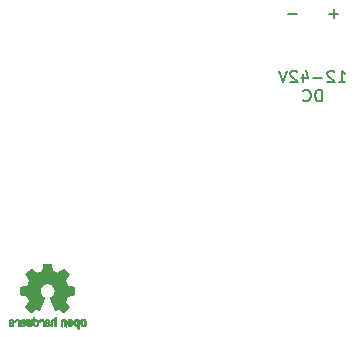
<source format=gbo>
G04 #@! TF.GenerationSoftware,KiCad,Pcbnew,(5.1.0-1558-g0ba0c1724)*
G04 #@! TF.CreationDate,2020-03-09T20:47:32-07:00*
G04 #@! TF.ProjectId,TMC2130_Driver,544d4332-3133-4305-9f44-72697665722e,rev?*
G04 #@! TF.SameCoordinates,PX67f3540PY6cb8080*
G04 #@! TF.FileFunction,Legend,Bot*
G04 #@! TF.FilePolarity,Positive*
%FSLAX46Y46*%
G04 Gerber Fmt 4.6, Leading zero omitted, Abs format (unit mm)*
G04 Created by KiCad (PCBNEW (5.1.0-1558-g0ba0c1724)) date 2020-03-09 20:47:32*
%MOMM*%
%LPD*%
G04 APERTURE LIST*
%ADD10C,0.150000*%
%ADD11C,0.010000*%
G04 APERTURE END LIST*
D10*
X29690476Y31852620D02*
X30261904Y31852620D01*
X29976190Y31852620D02*
X29976190Y32852620D01*
X30071428Y32709762D01*
X30166666Y32614524D01*
X30261904Y32566905D01*
X29309523Y32757381D02*
X29261904Y32805000D01*
X29166666Y32852620D01*
X28928571Y32852620D01*
X28833333Y32805000D01*
X28785714Y32757381D01*
X28738095Y32662143D01*
X28738095Y32566905D01*
X28785714Y32424048D01*
X29357142Y31852620D01*
X28738095Y31852620D01*
X28309523Y32233572D02*
X27547619Y32233572D01*
X26642857Y32519286D02*
X26642857Y31852620D01*
X26880952Y32900239D02*
X27119047Y32185953D01*
X26500000Y32185953D01*
X26166666Y32757381D02*
X26119047Y32805000D01*
X26023809Y32852620D01*
X25785714Y32852620D01*
X25690476Y32805000D01*
X25642857Y32757381D01*
X25595238Y32662143D01*
X25595238Y32566905D01*
X25642857Y32424048D01*
X26214285Y31852620D01*
X25595238Y31852620D01*
X25309523Y32852620D02*
X24976190Y31852620D01*
X24642857Y32852620D01*
X28261904Y30242620D02*
X28261904Y31242620D01*
X28023809Y31242620D01*
X27880952Y31195000D01*
X27785714Y31099762D01*
X27738095Y31004524D01*
X27690476Y30814048D01*
X27690476Y30671191D01*
X27738095Y30480715D01*
X27785714Y30385477D01*
X27880952Y30290239D01*
X28023809Y30242620D01*
X28261904Y30242620D01*
X26690476Y30337858D02*
X26738095Y30290239D01*
X26880952Y30242620D01*
X26976190Y30242620D01*
X27119047Y30290239D01*
X27214285Y30385477D01*
X27261904Y30480715D01*
X27309523Y30671191D01*
X27309523Y30814048D01*
X27261904Y31004524D01*
X27214285Y31099762D01*
X27119047Y31195000D01*
X26976190Y31242620D01*
X26880952Y31242620D01*
X26738095Y31195000D01*
X26690476Y31147381D01*
X29642857Y37678572D02*
X28880952Y37678572D01*
X29261904Y37297620D02*
X29261904Y38059524D01*
X26119047Y37678572D02*
X25357142Y37678572D01*
D11*
G36*
X7711252Y11337000D02*
G01*
X7711651Y11304661D01*
X7712929Y11196545D01*
X7713185Y11113814D01*
X7711634Y11053574D01*
X7707490Y11012927D01*
X7699964Y10988977D01*
X7688271Y10978829D01*
X7671624Y10979586D01*
X7649236Y10988352D01*
X7620321Y11002231D01*
X7614142Y11005192D01*
X7588413Y11019689D01*
X7574976Y11036935D01*
X7569834Y11065692D01*
X7568990Y11114717D01*
X7568952Y11202743D01*
X7478276Y11202743D01*
X7422498Y11205185D01*
X7378640Y11215092D01*
X7342218Y11235114D01*
X7339503Y11237071D01*
X7302546Y11270131D01*
X7276826Y11310069D01*
X7260606Y11362343D01*
X7252148Y11432412D01*
X7250084Y11511570D01*
X7394857Y11511570D01*
X7394882Y11498303D01*
X7396261Y11438416D01*
X7400687Y11399268D01*
X7409461Y11373847D01*
X7423886Y11355143D01*
X7424784Y11354250D01*
X7460237Y11330048D01*
X7494596Y11332433D01*
X7533403Y11361740D01*
X7542895Y11371756D01*
X7556876Y11392292D01*
X7564760Y11419003D01*
X7568245Y11459501D01*
X7569029Y11521397D01*
X7568350Y11558870D01*
X7560983Y11627020D01*
X7544168Y11671670D01*
X7516234Y11696074D01*
X7475509Y11703486D01*
X7458350Y11701906D01*
X7428660Y11686234D01*
X7409031Y11651309D01*
X7398188Y11594099D01*
X7394857Y11511570D01*
X7250084Y11511570D01*
X7249714Y11525733D01*
X7250253Y11593831D01*
X7252707Y11645413D01*
X7258158Y11681184D01*
X7267686Y11707985D01*
X7282371Y11732662D01*
X7295852Y11751520D01*
X7344799Y11802432D01*
X7400256Y11830082D01*
X7469928Y11838835D01*
X7549664Y11830110D01*
X7618595Y11798815D01*
X7673113Y11743619D01*
X7677223Y11737776D01*
X7686808Y11722247D01*
X7694151Y11704502D01*
X7699612Y11680710D01*
X7703550Y11647042D01*
X7706323Y11599667D01*
X7708292Y11534755D01*
X7708528Y11521397D01*
X7709815Y11448476D01*
X7711252Y11337000D01*
G37*
X7711252Y11337000D02*
X7711651Y11304661D01*
X7712929Y11196545D01*
X7713185Y11113814D01*
X7711634Y11053574D01*
X7707490Y11012927D01*
X7699964Y10988977D01*
X7688271Y10978829D01*
X7671624Y10979586D01*
X7649236Y10988352D01*
X7620321Y11002231D01*
X7614142Y11005192D01*
X7588413Y11019689D01*
X7574976Y11036935D01*
X7569834Y11065692D01*
X7568990Y11114717D01*
X7568952Y11202743D01*
X7478276Y11202743D01*
X7422498Y11205185D01*
X7378640Y11215092D01*
X7342218Y11235114D01*
X7339503Y11237071D01*
X7302546Y11270131D01*
X7276826Y11310069D01*
X7260606Y11362343D01*
X7252148Y11432412D01*
X7250084Y11511570D01*
X7394857Y11511570D01*
X7394882Y11498303D01*
X7396261Y11438416D01*
X7400687Y11399268D01*
X7409461Y11373847D01*
X7423886Y11355143D01*
X7424784Y11354250D01*
X7460237Y11330048D01*
X7494596Y11332433D01*
X7533403Y11361740D01*
X7542895Y11371756D01*
X7556876Y11392292D01*
X7564760Y11419003D01*
X7568245Y11459501D01*
X7569029Y11521397D01*
X7568350Y11558870D01*
X7560983Y11627020D01*
X7544168Y11671670D01*
X7516234Y11696074D01*
X7475509Y11703486D01*
X7458350Y11701906D01*
X7428660Y11686234D01*
X7409031Y11651309D01*
X7398188Y11594099D01*
X7394857Y11511570D01*
X7250084Y11511570D01*
X7249714Y11525733D01*
X7250253Y11593831D01*
X7252707Y11645413D01*
X7258158Y11681184D01*
X7267686Y11707985D01*
X7282371Y11732662D01*
X7295852Y11751520D01*
X7344799Y11802432D01*
X7400256Y11830082D01*
X7469928Y11838835D01*
X7549664Y11830110D01*
X7618595Y11798815D01*
X7673113Y11743619D01*
X7677223Y11737776D01*
X7686808Y11722247D01*
X7694151Y11704502D01*
X7699612Y11680710D01*
X7703550Y11647042D01*
X7706323Y11599667D01*
X7708292Y11534755D01*
X7708528Y11521397D01*
X7709815Y11448476D01*
X7711252Y11337000D01*
G36*
X6431020Y11832178D02*
G01*
X6498810Y11800320D01*
X6554366Y11745230D01*
X6565881Y11727984D01*
X6575432Y11708438D01*
X6582206Y11683802D01*
X6586819Y11649289D01*
X6589888Y11600111D01*
X6592029Y11531481D01*
X6593859Y11438611D01*
X6598404Y11180993D01*
X6560225Y11195509D01*
X6525268Y11208844D01*
X6499097Y11221677D01*
X6482013Y11238220D01*
X6472086Y11263535D01*
X6467386Y11302684D01*
X6465982Y11360732D01*
X6465943Y11442739D01*
X6465744Y11508105D01*
X6464559Y11570827D01*
X6461729Y11613666D01*
X6456609Y11641780D01*
X6448553Y11660325D01*
X6436914Y11674457D01*
X6408303Y11694400D01*
X6360239Y11701917D01*
X6312688Y11682921D01*
X6309550Y11680489D01*
X6299769Y11669252D01*
X6292553Y11651230D01*
X6287299Y11621974D01*
X6283402Y11577038D01*
X6280256Y11511972D01*
X6277257Y11422330D01*
X6270000Y11182303D01*
X6208314Y11209956D01*
X6146629Y11237609D01*
X6146629Y11456754D01*
X6146884Y11516289D01*
X6149086Y11599108D01*
X6154661Y11660773D01*
X6164941Y11706252D01*
X6181258Y11740516D01*
X6204943Y11768534D01*
X6237328Y11795277D01*
X6283907Y11822220D01*
X6357287Y11839809D01*
X6431020Y11832178D01*
G37*
X6431020Y11832178D02*
X6498810Y11800320D01*
X6554366Y11745230D01*
X6565881Y11727984D01*
X6575432Y11708438D01*
X6582206Y11683802D01*
X6586819Y11649289D01*
X6589888Y11600111D01*
X6592029Y11531481D01*
X6593859Y11438611D01*
X6598404Y11180993D01*
X6560225Y11195509D01*
X6525268Y11208844D01*
X6499097Y11221677D01*
X6482013Y11238220D01*
X6472086Y11263535D01*
X6467386Y11302684D01*
X6465982Y11360732D01*
X6465943Y11442739D01*
X6465744Y11508105D01*
X6464559Y11570827D01*
X6461729Y11613666D01*
X6456609Y11641780D01*
X6448553Y11660325D01*
X6436914Y11674457D01*
X6408303Y11694400D01*
X6360239Y11701917D01*
X6312688Y11682921D01*
X6309550Y11680489D01*
X6299769Y11669252D01*
X6292553Y11651230D01*
X6287299Y11621974D01*
X6283402Y11577038D01*
X6280256Y11511972D01*
X6277257Y11422330D01*
X6270000Y11182303D01*
X6208314Y11209956D01*
X6146629Y11237609D01*
X6146629Y11456754D01*
X6146884Y11516289D01*
X6149086Y11599108D01*
X6154661Y11660773D01*
X6164941Y11706252D01*
X6181258Y11740516D01*
X6204943Y11768534D01*
X6237328Y11795277D01*
X6283907Y11822220D01*
X6357287Y11839809D01*
X6431020Y11832178D01*
G36*
X8265701Y11499065D02*
G01*
X8264914Y11428881D01*
X8262210Y11379978D01*
X8256606Y11345822D01*
X8247119Y11319876D01*
X8232768Y11295603D01*
X8229237Y11290567D01*
X8191878Y11250857D01*
X8149311Y11220908D01*
X8127452Y11211190D01*
X8048908Y11194980D01*
X7971231Y11205465D01*
X7899645Y11241293D01*
X7839374Y11301113D01*
X7834286Y11309127D01*
X7817730Y11355658D01*
X7806573Y11420448D01*
X7801160Y11495273D01*
X7801767Y11564487D01*
X7948248Y11564487D01*
X7949402Y11468601D01*
X7949866Y11462431D01*
X7956629Y11409522D01*
X7968671Y11375971D01*
X7989005Y11352984D01*
X8023097Y11331452D01*
X8056814Y11330320D01*
X8091543Y11355143D01*
X8097584Y11361675D01*
X8109417Y11381221D01*
X8116404Y11409614D01*
X8119727Y11453570D01*
X8120571Y11519808D01*
X8119125Y11581850D01*
X8111907Y11640958D01*
X8097006Y11678314D01*
X8072636Y11697848D01*
X8037008Y11703486D01*
X8023440Y11702365D01*
X7985430Y11681806D01*
X7960312Y11635701D01*
X7948248Y11564487D01*
X7801767Y11564487D01*
X7801833Y11571904D01*
X7808937Y11642118D01*
X7822815Y11697688D01*
X7840649Y11734699D01*
X7890855Y11792267D01*
X7958885Y11828038D01*
X8042158Y11840335D01*
X8064398Y11839669D01*
X8129891Y11826053D01*
X8183687Y11791751D01*
X8233057Y11732662D01*
X8235995Y11728278D01*
X8249287Y11704701D01*
X8257932Y11678051D01*
X8262904Y11641841D01*
X8265174Y11589587D01*
X8265678Y11519808D01*
X8265714Y11514800D01*
X8265701Y11499065D01*
G37*
X8265701Y11499065D02*
X8264914Y11428881D01*
X8262210Y11379978D01*
X8256606Y11345822D01*
X8247119Y11319876D01*
X8232768Y11295603D01*
X8229237Y11290567D01*
X8191878Y11250857D01*
X8149311Y11220908D01*
X8127452Y11211190D01*
X8048908Y11194980D01*
X7971231Y11205465D01*
X7899645Y11241293D01*
X7839374Y11301113D01*
X7834286Y11309127D01*
X7817730Y11355658D01*
X7806573Y11420448D01*
X7801160Y11495273D01*
X7801767Y11564487D01*
X7948248Y11564487D01*
X7949402Y11468601D01*
X7949866Y11462431D01*
X7956629Y11409522D01*
X7968671Y11375971D01*
X7989005Y11352984D01*
X8023097Y11331452D01*
X8056814Y11330320D01*
X8091543Y11355143D01*
X8097584Y11361675D01*
X8109417Y11381221D01*
X8116404Y11409614D01*
X8119727Y11453570D01*
X8120571Y11519808D01*
X8119125Y11581850D01*
X8111907Y11640958D01*
X8097006Y11678314D01*
X8072636Y11697848D01*
X8037008Y11703486D01*
X8023440Y11702365D01*
X7985430Y11681806D01*
X7960312Y11635701D01*
X7948248Y11564487D01*
X7801767Y11564487D01*
X7801833Y11571904D01*
X7808937Y11642118D01*
X7822815Y11697688D01*
X7840649Y11734699D01*
X7890855Y11792267D01*
X7958885Y11828038D01*
X8042158Y11840335D01*
X8064398Y11839669D01*
X8129891Y11826053D01*
X8183687Y11791751D01*
X8233057Y11732662D01*
X8235995Y11728278D01*
X8249287Y11704701D01*
X8257932Y11678051D01*
X8262904Y11641841D01*
X8265174Y11589587D01*
X8265678Y11519808D01*
X8265714Y11514800D01*
X8265701Y11499065D01*
G36*
X7157684Y11445922D02*
G01*
X7155078Y11422613D01*
X7135660Y11339648D01*
X7100573Y11276552D01*
X7047212Y11228192D01*
X7044196Y11226196D01*
X6976362Y11197815D01*
X6905535Y11195289D01*
X6837289Y11216903D01*
X6777196Y11260938D01*
X6730829Y11325678D01*
X6730050Y11327239D01*
X6714643Y11367442D01*
X6703357Y11413134D01*
X6697370Y11456028D01*
X6697861Y11487840D01*
X6706007Y11500286D01*
X6713244Y11499529D01*
X6747851Y11485765D01*
X6787078Y11460454D01*
X6820448Y11431155D01*
X6837483Y11405428D01*
X6855192Y11370529D01*
X6891485Y11338788D01*
X6933630Y11326114D01*
X6949077Y11329779D01*
X6979569Y11348226D01*
X7006128Y11373834D01*
X7017486Y11397066D01*
X7017482Y11397152D01*
X7004596Y11407821D01*
X6970241Y11427067D01*
X6919593Y11452187D01*
X6857829Y11480476D01*
X6857489Y11480626D01*
X6790388Y11510502D01*
X6745411Y11532027D01*
X6718145Y11548563D01*
X6704178Y11563469D01*
X6699097Y11580107D01*
X6698490Y11601838D01*
X6702711Y11642987D01*
X6846000Y11642987D01*
X6860791Y11630051D01*
X6897644Y11610667D01*
X6898725Y11610119D01*
X6942205Y11589413D01*
X6981102Y11572895D01*
X7005778Y11565907D01*
X7015676Y11575247D01*
X7017486Y11607252D01*
X7009966Y11647085D01*
X6983897Y11683283D01*
X6946154Y11702050D01*
X6904077Y11700155D01*
X6865005Y11674368D01*
X6849647Y11656549D01*
X6846000Y11642987D01*
X6702711Y11642987D01*
X6703833Y11653914D01*
X6730251Y11724665D01*
X6774473Y11780265D01*
X6831697Y11818761D01*
X6897120Y11838203D01*
X6965937Y11836641D01*
X7033347Y11812122D01*
X7094544Y11762698D01*
X7128450Y11713788D01*
X7152806Y11643973D01*
X7156767Y11607252D01*
X7162299Y11555945D01*
X7157684Y11445922D01*
G37*
X7157684Y11445922D02*
X7155078Y11422613D01*
X7135660Y11339648D01*
X7100573Y11276552D01*
X7047212Y11228192D01*
X7044196Y11226196D01*
X6976362Y11197815D01*
X6905535Y11195289D01*
X6837289Y11216903D01*
X6777196Y11260938D01*
X6730829Y11325678D01*
X6730050Y11327239D01*
X6714643Y11367442D01*
X6703357Y11413134D01*
X6697370Y11456028D01*
X6697861Y11487840D01*
X6706007Y11500286D01*
X6713244Y11499529D01*
X6747851Y11485765D01*
X6787078Y11460454D01*
X6820448Y11431155D01*
X6837483Y11405428D01*
X6855192Y11370529D01*
X6891485Y11338788D01*
X6933630Y11326114D01*
X6949077Y11329779D01*
X6979569Y11348226D01*
X7006128Y11373834D01*
X7017486Y11397066D01*
X7017482Y11397152D01*
X7004596Y11407821D01*
X6970241Y11427067D01*
X6919593Y11452187D01*
X6857829Y11480476D01*
X6857489Y11480626D01*
X6790388Y11510502D01*
X6745411Y11532027D01*
X6718145Y11548563D01*
X6704178Y11563469D01*
X6699097Y11580107D01*
X6698490Y11601838D01*
X6702711Y11642987D01*
X6846000Y11642987D01*
X6860791Y11630051D01*
X6897644Y11610667D01*
X6898725Y11610119D01*
X6942205Y11589413D01*
X6981102Y11572895D01*
X7005778Y11565907D01*
X7015676Y11575247D01*
X7017486Y11607252D01*
X7009966Y11647085D01*
X6983897Y11683283D01*
X6946154Y11702050D01*
X6904077Y11700155D01*
X6865005Y11674368D01*
X6849647Y11656549D01*
X6846000Y11642987D01*
X6702711Y11642987D01*
X6703833Y11653914D01*
X6730251Y11724665D01*
X6774473Y11780265D01*
X6831697Y11818761D01*
X6897120Y11838203D01*
X6965937Y11836641D01*
X7033347Y11812122D01*
X7094544Y11762698D01*
X7128450Y11713788D01*
X7152806Y11643973D01*
X7156767Y11607252D01*
X7162299Y11555945D01*
X7157684Y11445922D01*
G36*
X5678543Y12000556D02*
G01*
X5725714Y11980658D01*
X5725714Y11583491D01*
X5725519Y11480502D01*
X5724998Y11387859D01*
X5724199Y11309300D01*
X5723172Y11248561D01*
X5721963Y11209377D01*
X5720623Y11195486D01*
X5720099Y11195532D01*
X5702287Y11200580D01*
X5669823Y11211420D01*
X5624114Y11227354D01*
X5624114Y11431827D01*
X5623824Y11512168D01*
X5622474Y11570438D01*
X5619369Y11610091D01*
X5613812Y11636382D01*
X5605107Y11654564D01*
X5592556Y11669893D01*
X5583999Y11678045D01*
X5537728Y11700625D01*
X5486728Y11698625D01*
X5439993Y11671927D01*
X5433189Y11665302D01*
X5422293Y11651544D01*
X5414836Y11633358D01*
X5410169Y11605823D01*
X5407642Y11564019D01*
X5406602Y11503027D01*
X5406400Y11417927D01*
X5406303Y11374766D01*
X5405674Y11303776D01*
X5404556Y11246924D01*
X5403063Y11209172D01*
X5401309Y11195486D01*
X5400785Y11195532D01*
X5382973Y11200580D01*
X5350509Y11211420D01*
X5304800Y11227354D01*
X5304823Y11432763D01*
X5304857Y11451049D01*
X5306778Y11546374D01*
X5312678Y11618457D01*
X5324001Y11672187D01*
X5342187Y11712451D01*
X5368679Y11744139D01*
X5404918Y11772139D01*
X5440263Y11789667D01*
X5496773Y11803215D01*
X5552356Y11803985D01*
X5595086Y11790805D01*
X5598298Y11788985D01*
X5608205Y11789180D01*
X5614975Y11804428D01*
X5619861Y11839387D01*
X5624114Y11898711D01*
X5631371Y12020453D01*
X5678543Y12000556D01*
G37*
X5678543Y12000556D02*
X5725714Y11980658D01*
X5725714Y11583491D01*
X5725519Y11480502D01*
X5724998Y11387859D01*
X5724199Y11309300D01*
X5723172Y11248561D01*
X5721963Y11209377D01*
X5720623Y11195486D01*
X5720099Y11195532D01*
X5702287Y11200580D01*
X5669823Y11211420D01*
X5624114Y11227354D01*
X5624114Y11431827D01*
X5623824Y11512168D01*
X5622474Y11570438D01*
X5619369Y11610091D01*
X5613812Y11636382D01*
X5605107Y11654564D01*
X5592556Y11669893D01*
X5583999Y11678045D01*
X5537728Y11700625D01*
X5486728Y11698625D01*
X5439993Y11671927D01*
X5433189Y11665302D01*
X5422293Y11651544D01*
X5414836Y11633358D01*
X5410169Y11605823D01*
X5407642Y11564019D01*
X5406602Y11503027D01*
X5406400Y11417927D01*
X5406303Y11374766D01*
X5405674Y11303776D01*
X5404556Y11246924D01*
X5403063Y11209172D01*
X5401309Y11195486D01*
X5400785Y11195532D01*
X5382973Y11200580D01*
X5350509Y11211420D01*
X5304800Y11227354D01*
X5304823Y11432763D01*
X5304857Y11451049D01*
X5306778Y11546374D01*
X5312678Y11618457D01*
X5324001Y11672187D01*
X5342187Y11712451D01*
X5368679Y11744139D01*
X5404918Y11772139D01*
X5440263Y11789667D01*
X5496773Y11803215D01*
X5552356Y11803985D01*
X5595086Y11790805D01*
X5598298Y11788985D01*
X5608205Y11789180D01*
X5614975Y11804428D01*
X5619861Y11839387D01*
X5624114Y11898711D01*
X5631371Y12020453D01*
X5678543Y12000556D01*
G36*
X5089483Y11789431D02*
G01*
X5139376Y11760339D01*
X5161325Y11737673D01*
X5203504Y11669918D01*
X5217714Y11596050D01*
X5217714Y11545230D01*
X5170999Y11564872D01*
X5138692Y11584692D01*
X5113231Y11625840D01*
X5110616Y11634325D01*
X5082478Y11677549D01*
X5040067Y11700897D01*
X4991370Y11701900D01*
X4944373Y11678086D01*
X4937357Y11671944D01*
X4913893Y11645255D01*
X4910019Y11621986D01*
X4927768Y11599138D01*
X4969179Y11573713D01*
X5036286Y11542712D01*
X5040824Y11540748D01*
X5115322Y11506010D01*
X5166203Y11475237D01*
X5197525Y11444512D01*
X5213343Y11409918D01*
X5217714Y11367538D01*
X5211986Y11320554D01*
X5183062Y11260415D01*
X5132178Y11217212D01*
X5095374Y11204241D01*
X5043434Y11197144D01*
X4992999Y11198660D01*
X4956983Y11209368D01*
X4953158Y11212034D01*
X4942998Y11230663D01*
X4950048Y11263495D01*
X4962297Y11289265D01*
X4981939Y11299994D01*
X5019191Y11299461D01*
X5070908Y11302538D01*
X5104701Y11323788D01*
X5116114Y11363123D01*
X5116104Y11364253D01*
X5109187Y11387087D01*
X5085659Y11408037D01*
X5039914Y11432185D01*
X4977704Y11461259D01*
X4936499Y11477075D01*
X4912712Y11476056D01*
X4901597Y11455163D01*
X4898408Y11411359D01*
X4898400Y11341607D01*
X4898044Y11298548D01*
X4896413Y11245374D01*
X4893761Y11208978D01*
X4890422Y11195486D01*
X4889530Y11195577D01*
X4870237Y11202890D01*
X4838284Y11218322D01*
X4794124Y11241158D01*
X4799371Y11446922D01*
X4799736Y11460568D01*
X4803904Y11556349D01*
X4811268Y11628538D01*
X4823330Y11681942D01*
X4841593Y11721367D01*
X4867560Y11751620D01*
X4902733Y11777507D01*
X4903384Y11777913D01*
X4960256Y11799032D01*
X5026033Y11802600D01*
X5089483Y11789431D01*
G37*
X5089483Y11789431D02*
X5139376Y11760339D01*
X5161325Y11737673D01*
X5203504Y11669918D01*
X5217714Y11596050D01*
X5217714Y11545230D01*
X5170999Y11564872D01*
X5138692Y11584692D01*
X5113231Y11625840D01*
X5110616Y11634325D01*
X5082478Y11677549D01*
X5040067Y11700897D01*
X4991370Y11701900D01*
X4944373Y11678086D01*
X4937357Y11671944D01*
X4913893Y11645255D01*
X4910019Y11621986D01*
X4927768Y11599138D01*
X4969179Y11573713D01*
X5036286Y11542712D01*
X5040824Y11540748D01*
X5115322Y11506010D01*
X5166203Y11475237D01*
X5197525Y11444512D01*
X5213343Y11409918D01*
X5217714Y11367538D01*
X5211986Y11320554D01*
X5183062Y11260415D01*
X5132178Y11217212D01*
X5095374Y11204241D01*
X5043434Y11197144D01*
X4992999Y11198660D01*
X4956983Y11209368D01*
X4953158Y11212034D01*
X4942998Y11230663D01*
X4950048Y11263495D01*
X4962297Y11289265D01*
X4981939Y11299994D01*
X5019191Y11299461D01*
X5070908Y11302538D01*
X5104701Y11323788D01*
X5116114Y11363123D01*
X5116104Y11364253D01*
X5109187Y11387087D01*
X5085659Y11408037D01*
X5039914Y11432185D01*
X4977704Y11461259D01*
X4936499Y11477075D01*
X4912712Y11476056D01*
X4901597Y11455163D01*
X4898408Y11411359D01*
X4898400Y11341607D01*
X4898044Y11298548D01*
X4896413Y11245374D01*
X4893761Y11208978D01*
X4890422Y11195486D01*
X4889530Y11195577D01*
X4870237Y11202890D01*
X4838284Y11218322D01*
X4794124Y11241158D01*
X4799371Y11446922D01*
X4799736Y11460568D01*
X4803904Y11556349D01*
X4811268Y11628538D01*
X4823330Y11681942D01*
X4841593Y11721367D01*
X4867560Y11751620D01*
X4902733Y11777507D01*
X4903384Y11777913D01*
X4960256Y11799032D01*
X5026033Y11802600D01*
X5089483Y11789431D01*
G36*
X4607691Y11783533D02*
G01*
X4612273Y11780997D01*
X4649704Y11751943D01*
X4683170Y11714590D01*
X4689007Y11706148D01*
X4700165Y11686447D01*
X4708136Y11663065D01*
X4713618Y11630933D01*
X4717307Y11584981D01*
X4719899Y11520141D01*
X4722092Y11431343D01*
X4722402Y11416331D01*
X4723400Y11319001D01*
X4721994Y11250066D01*
X4718164Y11209052D01*
X4711889Y11195486D01*
X4692898Y11199548D01*
X4660638Y11211856D01*
X4653041Y11215455D01*
X4641176Y11223602D01*
X4632994Y11236996D01*
X4627643Y11260392D01*
X4624269Y11298545D01*
X4622019Y11356210D01*
X4620040Y11438143D01*
X4619498Y11462093D01*
X4617403Y11537734D01*
X4614683Y11590672D01*
X4610515Y11625925D01*
X4604079Y11648513D01*
X4594550Y11663456D01*
X4581106Y11675773D01*
X4541305Y11697366D01*
X4492341Y11701524D01*
X4448529Y11685001D01*
X4417008Y11650790D01*
X4404914Y11601886D01*
X4404578Y11588593D01*
X4397972Y11564528D01*
X4378470Y11560856D01*
X4340283Y11575187D01*
X4331438Y11579783D01*
X4307534Y11606814D01*
X4307061Y11647006D01*
X4329836Y11702591D01*
X4350727Y11732883D01*
X4404142Y11775916D01*
X4470074Y11800245D01*
X4540574Y11803557D01*
X4607691Y11783533D01*
G37*
X4607691Y11783533D02*
X4612273Y11780997D01*
X4649704Y11751943D01*
X4683170Y11714590D01*
X4689007Y11706148D01*
X4700165Y11686447D01*
X4708136Y11663065D01*
X4713618Y11630933D01*
X4717307Y11584981D01*
X4719899Y11520141D01*
X4722092Y11431343D01*
X4722402Y11416331D01*
X4723400Y11319001D01*
X4721994Y11250066D01*
X4718164Y11209052D01*
X4711889Y11195486D01*
X4692898Y11199548D01*
X4660638Y11211856D01*
X4653041Y11215455D01*
X4641176Y11223602D01*
X4632994Y11236996D01*
X4627643Y11260392D01*
X4624269Y11298545D01*
X4622019Y11356210D01*
X4620040Y11438143D01*
X4619498Y11462093D01*
X4617403Y11537734D01*
X4614683Y11590672D01*
X4610515Y11625925D01*
X4604079Y11648513D01*
X4594550Y11663456D01*
X4581106Y11675773D01*
X4541305Y11697366D01*
X4492341Y11701524D01*
X4448529Y11685001D01*
X4417008Y11650790D01*
X4404914Y11601886D01*
X4404578Y11588593D01*
X4397972Y11564528D01*
X4378470Y11560856D01*
X4340283Y11575187D01*
X4331438Y11579783D01*
X4307534Y11606814D01*
X4307061Y11647006D01*
X4329836Y11702591D01*
X4350727Y11732883D01*
X4404142Y11775916D01*
X4470074Y11800245D01*
X4540574Y11803557D01*
X4607691Y11783533D01*
G36*
X4229537Y11443687D02*
G01*
X4221345Y11366538D01*
X4203519Y11308724D01*
X4173975Y11264578D01*
X4130625Y11228432D01*
X4089332Y11207537D01*
X4019987Y11195910D01*
X3950736Y11208623D01*
X3888145Y11244055D01*
X3838779Y11300582D01*
X3832818Y11311005D01*
X3824945Y11329267D01*
X3819106Y11352571D01*
X3814999Y11384915D01*
X3812325Y11430296D01*
X3810781Y11492713D01*
X3810734Y11498252D01*
X3911429Y11498252D01*
X3911772Y11445423D01*
X3913942Y11397638D01*
X3919307Y11366791D01*
X3929217Y11346065D01*
X3945021Y11328644D01*
X3948724Y11325295D01*
X3996299Y11300581D01*
X4046635Y11303110D01*
X4093517Y11332712D01*
X4107477Y11348047D01*
X4119160Y11368378D01*
X4125686Y11396486D01*
X4128524Y11439450D01*
X4129143Y11504353D01*
X4128837Y11553878D01*
X4126722Y11602218D01*
X4121390Y11633413D01*
X4111460Y11654353D01*
X4095550Y11671927D01*
X4086204Y11679841D01*
X4037776Y11701157D01*
X3987040Y11697802D01*
X3942987Y11669893D01*
X3933504Y11658827D01*
X3921939Y11637991D01*
X3915252Y11608894D01*
X3912173Y11564619D01*
X3911429Y11498252D01*
X3810734Y11498252D01*
X3810067Y11576163D01*
X3809883Y11684642D01*
X3809829Y12021399D01*
X3857000Y12001638D01*
X3869472Y11996230D01*
X3889324Y11984015D01*
X3900687Y11965518D01*
X3906933Y11933171D01*
X3911429Y11879407D01*
X3915535Y11831134D01*
X3920963Y11799443D01*
X3928739Y11787617D01*
X3940457Y11790788D01*
X3970318Y11801933D01*
X4023684Y11804696D01*
X4081093Y11794375D01*
X4130625Y11772139D01*
X4157876Y11751557D01*
X4192865Y11711400D01*
X4215274Y11659914D01*
X4227190Y11591432D01*
X4230542Y11504353D01*
X4230698Y11500286D01*
X4229537Y11443687D01*
G37*
X4229537Y11443687D02*
X4221345Y11366538D01*
X4203519Y11308724D01*
X4173975Y11264578D01*
X4130625Y11228432D01*
X4089332Y11207537D01*
X4019987Y11195910D01*
X3950736Y11208623D01*
X3888145Y11244055D01*
X3838779Y11300582D01*
X3832818Y11311005D01*
X3824945Y11329267D01*
X3819106Y11352571D01*
X3814999Y11384915D01*
X3812325Y11430296D01*
X3810781Y11492713D01*
X3810734Y11498252D01*
X3911429Y11498252D01*
X3911772Y11445423D01*
X3913942Y11397638D01*
X3919307Y11366791D01*
X3929217Y11346065D01*
X3945021Y11328644D01*
X3948724Y11325295D01*
X3996299Y11300581D01*
X4046635Y11303110D01*
X4093517Y11332712D01*
X4107477Y11348047D01*
X4119160Y11368378D01*
X4125686Y11396486D01*
X4128524Y11439450D01*
X4129143Y11504353D01*
X4128837Y11553878D01*
X4126722Y11602218D01*
X4121390Y11633413D01*
X4111460Y11654353D01*
X4095550Y11671927D01*
X4086204Y11679841D01*
X4037776Y11701157D01*
X3987040Y11697802D01*
X3942987Y11669893D01*
X3933504Y11658827D01*
X3921939Y11637991D01*
X3915252Y11608894D01*
X3912173Y11564619D01*
X3911429Y11498252D01*
X3810734Y11498252D01*
X3810067Y11576163D01*
X3809883Y11684642D01*
X3809829Y12021399D01*
X3857000Y12001638D01*
X3869472Y11996230D01*
X3889324Y11984015D01*
X3900687Y11965518D01*
X3906933Y11933171D01*
X3911429Y11879407D01*
X3915535Y11831134D01*
X3920963Y11799443D01*
X3928739Y11787617D01*
X3940457Y11790788D01*
X3970318Y11801933D01*
X4023684Y11804696D01*
X4081093Y11794375D01*
X4130625Y11772139D01*
X4157876Y11751557D01*
X4192865Y11711400D01*
X4215274Y11659914D01*
X4227190Y11591432D01*
X4230542Y11504353D01*
X4230698Y11500286D01*
X4229537Y11443687D01*
G36*
X3653941Y11800718D02*
G01*
X3685774Y11788242D01*
X3722743Y11771398D01*
X3722743Y11284804D01*
X3676812Y11238873D01*
X3666320Y11228573D01*
X3637255Y11205680D01*
X3607943Y11198265D01*
X3564326Y11201679D01*
X3546568Y11203886D01*
X3500767Y11208555D01*
X3468743Y11210415D01*
X3459244Y11210131D01*
X3420274Y11207052D01*
X3373160Y11201679D01*
X3358085Y11199832D01*
X3320110Y11199107D01*
X3292325Y11210571D01*
X3260674Y11238873D01*
X3214743Y11284804D01*
X3214743Y11544945D01*
X3215101Y11621820D01*
X3216216Y11695114D01*
X3217952Y11753150D01*
X3220167Y11791337D01*
X3222721Y11805086D01*
X3223256Y11805049D01*
X3241808Y11798207D01*
X3273153Y11783132D01*
X3315608Y11761178D01*
X3319604Y11532760D01*
X3323600Y11304343D01*
X3410686Y11304343D01*
X3414657Y11554714D01*
X3415916Y11622773D01*
X3417718Y11695518D01*
X3419671Y11753270D01*
X3421612Y11791352D01*
X3423377Y11805086D01*
X3423885Y11805038D01*
X3441482Y11799985D01*
X3473834Y11789151D01*
X3519543Y11773217D01*
X3519765Y11553294D01*
X3519988Y11515091D01*
X3521531Y11440854D01*
X3524292Y11378855D01*
X3527977Y11334692D01*
X3532292Y11313959D01*
X3547732Y11302869D01*
X3579241Y11299444D01*
X3613886Y11304343D01*
X3617857Y11554714D01*
X3619278Y11618337D01*
X3622225Y11693644D01*
X3626079Y11752714D01*
X3630542Y11791282D01*
X3635317Y11805086D01*
X3653941Y11800718D01*
G37*
X3653941Y11800718D02*
X3685774Y11788242D01*
X3722743Y11771398D01*
X3722743Y11284804D01*
X3676812Y11238873D01*
X3666320Y11228573D01*
X3637255Y11205680D01*
X3607943Y11198265D01*
X3564326Y11201679D01*
X3546568Y11203886D01*
X3500767Y11208555D01*
X3468743Y11210415D01*
X3459244Y11210131D01*
X3420274Y11207052D01*
X3373160Y11201679D01*
X3358085Y11199832D01*
X3320110Y11199107D01*
X3292325Y11210571D01*
X3260674Y11238873D01*
X3214743Y11284804D01*
X3214743Y11544945D01*
X3215101Y11621820D01*
X3216216Y11695114D01*
X3217952Y11753150D01*
X3220167Y11791337D01*
X3222721Y11805086D01*
X3223256Y11805049D01*
X3241808Y11798207D01*
X3273153Y11783132D01*
X3315608Y11761178D01*
X3319604Y11532760D01*
X3323600Y11304343D01*
X3410686Y11304343D01*
X3414657Y11554714D01*
X3415916Y11622773D01*
X3417718Y11695518D01*
X3419671Y11753270D01*
X3421612Y11791352D01*
X3423377Y11805086D01*
X3423885Y11805038D01*
X3441482Y11799985D01*
X3473834Y11789151D01*
X3519543Y11773217D01*
X3519765Y11553294D01*
X3519988Y11515091D01*
X3521531Y11440854D01*
X3524292Y11378855D01*
X3527977Y11334692D01*
X3532292Y11313959D01*
X3547732Y11302869D01*
X3579241Y11299444D01*
X3613886Y11304343D01*
X3617857Y11554714D01*
X3619278Y11618337D01*
X3622225Y11693644D01*
X3626079Y11752714D01*
X3630542Y11791282D01*
X3635317Y11805086D01*
X3653941Y11800718D01*
G36*
X2967495Y11803780D02*
G01*
X2998599Y11795879D01*
X3027559Y11776183D01*
X3064831Y11739516D01*
X3088801Y11713622D01*
X3113770Y11680003D01*
X3125031Y11648494D01*
X3127657Y11608515D01*
X3127657Y11543083D01*
X3083035Y11566158D01*
X3047673Y11594276D01*
X3023451Y11632152D01*
X3019291Y11642449D01*
X2987594Y11682363D01*
X2943554Y11702376D01*
X2895531Y11700428D01*
X2851886Y11674457D01*
X2833420Y11653365D01*
X2822663Y11626381D01*
X2834178Y11602366D01*
X2869981Y11578209D01*
X2932090Y11550801D01*
X2941515Y11547015D01*
X2998058Y11522241D01*
X3046580Y11497811D01*
X3077451Y11478514D01*
X3108371Y11444047D01*
X3128927Y11389043D01*
X3126744Y11330017D01*
X3102424Y11274155D01*
X3056568Y11228645D01*
X3019438Y11209273D01*
X2947711Y11195708D01*
X2907852Y11197538D01*
X2870953Y11207432D01*
X2856797Y11228194D01*
X2862091Y11262387D01*
X2863631Y11266908D01*
X2875842Y11290884D01*
X2896174Y11299958D01*
X2934908Y11299351D01*
X2962257Y11298526D01*
X2994257Y11305608D01*
X3016182Y11326781D01*
X3028670Y11352848D01*
X3030062Y11380155D01*
X3029998Y11380315D01*
X3013807Y11395070D01*
X2979155Y11416543D01*
X2934321Y11440542D01*
X2887582Y11462875D01*
X2847217Y11479348D01*
X2821504Y11485771D01*
X2817679Y11479482D01*
X2812864Y11449885D01*
X2809566Y11401553D01*
X2808343Y11340628D01*
X2808058Y11298458D01*
X2806718Y11245347D01*
X2804528Y11208975D01*
X2801769Y11195486D01*
X2787344Y11200019D01*
X2758226Y11212330D01*
X2721257Y11229174D01*
X2721257Y11445279D01*
X2721493Y11500673D01*
X2723729Y11584793D01*
X2729423Y11647200D01*
X2739903Y11692642D01*
X2756497Y11725867D01*
X2780531Y11751622D01*
X2813333Y11774656D01*
X2855124Y11793665D01*
X2932287Y11805086D01*
X2967495Y11803780D01*
G37*
X2967495Y11803780D02*
X2998599Y11795879D01*
X3027559Y11776183D01*
X3064831Y11739516D01*
X3088801Y11713622D01*
X3113770Y11680003D01*
X3125031Y11648494D01*
X3127657Y11608515D01*
X3127657Y11543083D01*
X3083035Y11566158D01*
X3047673Y11594276D01*
X3023451Y11632152D01*
X3019291Y11642449D01*
X2987594Y11682363D01*
X2943554Y11702376D01*
X2895531Y11700428D01*
X2851886Y11674457D01*
X2833420Y11653365D01*
X2822663Y11626381D01*
X2834178Y11602366D01*
X2869981Y11578209D01*
X2932090Y11550801D01*
X2941515Y11547015D01*
X2998058Y11522241D01*
X3046580Y11497811D01*
X3077451Y11478514D01*
X3108371Y11444047D01*
X3128927Y11389043D01*
X3126744Y11330017D01*
X3102424Y11274155D01*
X3056568Y11228645D01*
X3019438Y11209273D01*
X2947711Y11195708D01*
X2907852Y11197538D01*
X2870953Y11207432D01*
X2856797Y11228194D01*
X2862091Y11262387D01*
X2863631Y11266908D01*
X2875842Y11290884D01*
X2896174Y11299958D01*
X2934908Y11299351D01*
X2962257Y11298526D01*
X2994257Y11305608D01*
X3016182Y11326781D01*
X3028670Y11352848D01*
X3030062Y11380155D01*
X3029998Y11380315D01*
X3013807Y11395070D01*
X2979155Y11416543D01*
X2934321Y11440542D01*
X2887582Y11462875D01*
X2847217Y11479348D01*
X2821504Y11485771D01*
X2817679Y11479482D01*
X2812864Y11449885D01*
X2809566Y11401553D01*
X2808343Y11340628D01*
X2808058Y11298458D01*
X2806718Y11245347D01*
X2804528Y11208975D01*
X2801769Y11195486D01*
X2787344Y11200019D01*
X2758226Y11212330D01*
X2721257Y11229174D01*
X2721257Y11445279D01*
X2721493Y11500673D01*
X2723729Y11584793D01*
X2729423Y11647200D01*
X2739903Y11692642D01*
X2756497Y11725867D01*
X2780531Y11751622D01*
X2813333Y11774656D01*
X2855124Y11793665D01*
X2932287Y11805086D01*
X2967495Y11803780D01*
G36*
X2482829Y11798903D02*
G01*
X2542753Y11776645D01*
X2567673Y11759920D01*
X2592910Y11735957D01*
X2610912Y11705474D01*
X2622858Y11663977D01*
X2629930Y11606968D01*
X2633308Y11529953D01*
X2634171Y11428435D01*
X2634002Y11375973D01*
X2633153Y11304285D01*
X2631711Y11247075D01*
X2629814Y11209191D01*
X2627597Y11195486D01*
X2613172Y11200019D01*
X2584054Y11212330D01*
X2583181Y11212728D01*
X2568060Y11220644D01*
X2557891Y11231505D01*
X2551691Y11250529D01*
X2548478Y11282931D01*
X2547270Y11333929D01*
X2547086Y11408739D01*
X2546714Y11456196D01*
X2542750Y11545385D01*
X2533673Y11610713D01*
X2518524Y11655607D01*
X2496345Y11683493D01*
X2466175Y11697797D01*
X2461990Y11698794D01*
X2405480Y11699573D01*
X2361410Y11674256D01*
X2330972Y11623498D01*
X2325544Y11608825D01*
X2313171Y11576351D01*
X2306905Y11561428D01*
X2294036Y11563484D01*
X2265933Y11574643D01*
X2239721Y11593073D01*
X2227771Y11627902D01*
X2231336Y11652849D01*
X2253235Y11703453D01*
X2288644Y11750872D01*
X2330052Y11783666D01*
X2347400Y11791248D01*
X2413089Y11803924D01*
X2482829Y11798903D01*
G37*
X2482829Y11798903D02*
X2542753Y11776645D01*
X2567673Y11759920D01*
X2592910Y11735957D01*
X2610912Y11705474D01*
X2622858Y11663977D01*
X2629930Y11606968D01*
X2633308Y11529953D01*
X2634171Y11428435D01*
X2634002Y11375973D01*
X2633153Y11304285D01*
X2631711Y11247075D01*
X2629814Y11209191D01*
X2627597Y11195486D01*
X2613172Y11200019D01*
X2584054Y11212330D01*
X2583181Y11212728D01*
X2568060Y11220644D01*
X2557891Y11231505D01*
X2551691Y11250529D01*
X2548478Y11282931D01*
X2547270Y11333929D01*
X2547086Y11408739D01*
X2546714Y11456196D01*
X2542750Y11545385D01*
X2533673Y11610713D01*
X2518524Y11655607D01*
X2496345Y11683493D01*
X2466175Y11697797D01*
X2461990Y11698794D01*
X2405480Y11699573D01*
X2361410Y11674256D01*
X2330972Y11623498D01*
X2325544Y11608825D01*
X2313171Y11576351D01*
X2306905Y11561428D01*
X2294036Y11563484D01*
X2265933Y11574643D01*
X2239721Y11593073D01*
X2227771Y11627902D01*
X2231336Y11652849D01*
X2253235Y11703453D01*
X2288644Y11750872D01*
X2330052Y11783666D01*
X2347400Y11791248D01*
X2413089Y11803924D01*
X2482829Y11798903D01*
G36*
X2140307Y11458695D02*
G01*
X2136762Y11382479D01*
X2127483Y11326706D01*
X2110375Y11285387D01*
X2083344Y11252533D01*
X2044292Y11222154D01*
X2019445Y11208340D01*
X1979615Y11199035D01*
X1923665Y11199770D01*
X1892385Y11202717D01*
X1854653Y11211717D01*
X1824494Y11231280D01*
X1789408Y11267733D01*
X1784720Y11273057D01*
X1753177Y11314031D01*
X1738128Y11349717D01*
X1734286Y11392034D01*
X1734286Y11454221D01*
X1777742Y11437818D01*
X1809424Y11418644D01*
X1836962Y11373653D01*
X1842711Y11359248D01*
X1874855Y11318454D01*
X1918611Y11297919D01*
X1966254Y11299765D01*
X2010057Y11326114D01*
X2025111Y11342545D01*
X2038763Y11367333D01*
X2034493Y11389856D01*
X2009916Y11413036D01*
X1962651Y11439798D01*
X1890314Y11473066D01*
X1741543Y11538184D01*
X1737595Y11602692D01*
X1739079Y11643780D01*
X1836010Y11643780D01*
X1843368Y11618343D01*
X1876848Y11591186D01*
X1937614Y11560286D01*
X1947669Y11555810D01*
X1995751Y11534983D01*
X2031726Y11520335D01*
X2048444Y11514800D01*
X2050977Y11518874D01*
X2051993Y11543753D01*
X2048369Y11583743D01*
X2039242Y11622848D01*
X2010773Y11672116D01*
X1969678Y11699878D01*
X1920590Y11703636D01*
X1868144Y11680891D01*
X1853609Y11669519D01*
X1836010Y11643780D01*
X1739079Y11643780D01*
X1739338Y11650936D01*
X1761281Y11711904D01*
X1788979Y11745503D01*
X1846405Y11783034D01*
X1914527Y11801994D01*
X1984947Y11800493D01*
X2049267Y11776645D01*
X2063426Y11767487D01*
X2095904Y11739151D01*
X2118116Y11703305D01*
X2131804Y11654616D01*
X2138715Y11587751D01*
X2139628Y11543753D01*
X2140590Y11497378D01*
X2140307Y11458695D01*
G37*
X2140307Y11458695D02*
X2136762Y11382479D01*
X2127483Y11326706D01*
X2110375Y11285387D01*
X2083344Y11252533D01*
X2044292Y11222154D01*
X2019445Y11208340D01*
X1979615Y11199035D01*
X1923665Y11199770D01*
X1892385Y11202717D01*
X1854653Y11211717D01*
X1824494Y11231280D01*
X1789408Y11267733D01*
X1784720Y11273057D01*
X1753177Y11314031D01*
X1738128Y11349717D01*
X1734286Y11392034D01*
X1734286Y11454221D01*
X1777742Y11437818D01*
X1809424Y11418644D01*
X1836962Y11373653D01*
X1842711Y11359248D01*
X1874855Y11318454D01*
X1918611Y11297919D01*
X1966254Y11299765D01*
X2010057Y11326114D01*
X2025111Y11342545D01*
X2038763Y11367333D01*
X2034493Y11389856D01*
X2009916Y11413036D01*
X1962651Y11439798D01*
X1890314Y11473066D01*
X1741543Y11538184D01*
X1737595Y11602692D01*
X1739079Y11643780D01*
X1836010Y11643780D01*
X1843368Y11618343D01*
X1876848Y11591186D01*
X1937614Y11560286D01*
X1947669Y11555810D01*
X1995751Y11534983D01*
X2031726Y11520335D01*
X2048444Y11514800D01*
X2050977Y11518874D01*
X2051993Y11543753D01*
X2048369Y11583743D01*
X2039242Y11622848D01*
X2010773Y11672116D01*
X1969678Y11699878D01*
X1920590Y11703636D01*
X1868144Y11680891D01*
X1853609Y11669519D01*
X1836010Y11643780D01*
X1739079Y11643780D01*
X1739338Y11650936D01*
X1761281Y11711904D01*
X1788979Y11745503D01*
X1846405Y11783034D01*
X1914527Y11801994D01*
X1984947Y11800493D01*
X2049267Y11776645D01*
X2063426Y11767487D01*
X2095904Y11739151D01*
X2118116Y11703305D01*
X2131804Y11654616D01*
X2138715Y11587751D01*
X2139628Y11543753D01*
X2140590Y11497378D01*
X2140307Y11458695D01*
G36*
X5113933Y16507629D02*
G01*
X5189856Y16507135D01*
X5244491Y16505865D01*
X5281500Y16503453D01*
X5304547Y16499533D01*
X5317296Y16493738D01*
X5323411Y16485701D01*
X5326556Y16475057D01*
X5326646Y16474675D01*
X5331814Y16449653D01*
X5341209Y16401319D01*
X5353867Y16334740D01*
X5368825Y16254986D01*
X5385119Y16167125D01*
X5386448Y16159936D01*
X5402691Y16074660D01*
X5417805Y15999758D01*
X5430808Y15939781D01*
X5440715Y15899283D01*
X5446544Y15882816D01*
X5446575Y15882790D01*
X5464943Y15873680D01*
X5502640Y15858543D01*
X5551543Y15840642D01*
X5554297Y15839670D01*
X5616817Y15816041D01*
X5689543Y15786405D01*
X5757294Y15756938D01*
X5868703Y15706374D01*
X6115399Y15874840D01*
X6132775Y15886689D01*
X6207202Y15937053D01*
X6273614Y15981388D01*
X6328039Y16017084D01*
X6366506Y16041529D01*
X6385042Y16052111D01*
X6397743Y16049685D01*
X6426579Y16030890D01*
X6471143Y15993670D01*
X6532670Y15936980D01*
X6612398Y15859773D01*
X6619532Y15852745D01*
X6682796Y15789778D01*
X6738990Y15732732D01*
X6784677Y15685183D01*
X6816414Y15650703D01*
X6830764Y15632869D01*
X6830810Y15632783D01*
X6832633Y15619205D01*
X6825910Y15597180D01*
X6808946Y15563696D01*
X6780044Y15515739D01*
X6737508Y15450296D01*
X6679644Y15364355D01*
X6669783Y15349849D01*
X6619913Y15276365D01*
X6575905Y15211313D01*
X6540380Y15158583D01*
X6515959Y15122064D01*
X6505264Y15105644D01*
X6504458Y15102166D01*
X6509518Y15076215D01*
X6524677Y15033841D01*
X6547463Y14982272D01*
X6578429Y14914830D01*
X6613004Y14834805D01*
X6642366Y14762371D01*
X6649645Y14743623D01*
X6668710Y14695754D01*
X6682715Y14662404D01*
X6689041Y14649886D01*
X6696025Y14648950D01*
X6727413Y14643539D01*
X6778787Y14634194D01*
X6844802Y14621931D01*
X6920113Y14607768D01*
X6999375Y14592720D01*
X7077243Y14577805D01*
X7148370Y14564039D01*
X7207412Y14552438D01*
X7249022Y14544020D01*
X7267857Y14539801D01*
X7270980Y14538611D01*
X7278591Y14532195D01*
X7284254Y14518535D01*
X7288251Y14494001D01*
X7290866Y14454962D01*
X7292384Y14397787D01*
X7293086Y14318846D01*
X7293257Y14214508D01*
X7293257Y13897201D01*
X7217057Y13882161D01*
X7207840Y13880358D01*
X7158891Y13871020D01*
X7091205Y13858331D01*
X7012478Y13843727D01*
X6930400Y13828645D01*
X6898078Y13822578D01*
X6825855Y13807819D01*
X6765666Y13793863D01*
X6723040Y13782048D01*
X6703510Y13773713D01*
X6694660Y13760095D01*
X6678548Y13724062D01*
X6662065Y13677428D01*
X6656263Y13659966D01*
X6634906Y13602642D01*
X6607359Y13534799D01*
X6578107Y13467645D01*
X6562463Y13432570D01*
X6540174Y13380178D01*
X6524857Y13340942D01*
X6519162Y13321437D01*
X6519478Y13319964D01*
X6530281Y13299271D01*
X6554638Y13259335D01*
X6590081Y13204028D01*
X6634136Y13137219D01*
X6684332Y13062780D01*
X6849501Y12820377D01*
X6632503Y12603017D01*
X6611516Y12582101D01*
X6547342Y12519495D01*
X6489990Y12465505D01*
X6442820Y12423174D01*
X6409192Y12395543D01*
X6392467Y12385657D01*
X6374303Y12393179D01*
X6336265Y12414773D01*
X6282726Y12447849D01*
X6217884Y12489809D01*
X6145940Y12538057D01*
X6075275Y12585709D01*
X6011526Y12627672D01*
X5959513Y12660835D01*
X5923279Y12682622D01*
X5906867Y12690457D01*
X5905905Y12690386D01*
X5884103Y12682662D01*
X5845440Y12664677D01*
X5797612Y12639987D01*
X5797110Y12639716D01*
X5733587Y12607901D01*
X5690060Y12592358D01*
X5663052Y12592315D01*
X5649090Y12607000D01*
X5643180Y12621456D01*
X5627229Y12660169D01*
X5602660Y12719684D01*
X5570779Y12796835D01*
X5532893Y12888459D01*
X5490310Y12991393D01*
X5444337Y13102474D01*
X5402667Y13203528D01*
X5360268Y13307220D01*
X5322756Y13399881D01*
X5291388Y13478358D01*
X5267425Y13539500D01*
X5252123Y13580157D01*
X5246743Y13597175D01*
X5257018Y13612781D01*
X5285563Y13638838D01*
X5325971Y13669113D01*
X5422979Y13748316D01*
X5509793Y13849525D01*
X5573322Y13960884D01*
X5613177Y14079107D01*
X5628965Y14200905D01*
X5620296Y14322990D01*
X5586778Y14442075D01*
X5528021Y14554871D01*
X5443632Y14658089D01*
X5399631Y14698287D01*
X5294211Y14769362D01*
X5181410Y14815699D01*
X5064525Y14838401D01*
X4946853Y14838572D01*
X4831690Y14817313D01*
X4722335Y14775730D01*
X4622083Y14714924D01*
X4534233Y14635999D01*
X4462080Y14540059D01*
X4408922Y14428205D01*
X4378057Y14301543D01*
X4372392Y14240493D01*
X4380185Y14108224D01*
X4415284Y13982734D01*
X4476649Y13866241D01*
X4563243Y13760961D01*
X4674029Y13669113D01*
X4712931Y13640070D01*
X4742104Y13613728D01*
X4753257Y13597200D01*
X4748810Y13582791D01*
X4734378Y13544185D01*
X4711173Y13484799D01*
X4680452Y13407785D01*
X4643474Y13316297D01*
X4601496Y13213484D01*
X4555778Y13102498D01*
X4514178Y13001928D01*
X4471222Y12898053D01*
X4432829Y12805181D01*
X4400305Y12726475D01*
X4374958Y12665101D01*
X4358095Y12624221D01*
X4351025Y12607000D01*
X4350943Y12606796D01*
X4336798Y12592255D01*
X4309659Y12592421D01*
X4266023Y12608073D01*
X4202388Y12639987D01*
X4197379Y12642674D01*
X4150125Y12666850D01*
X4112811Y12683963D01*
X4093133Y12690457D01*
X4077005Y12682782D01*
X4040959Y12661129D01*
X3989092Y12628072D01*
X3925445Y12586190D01*
X3854060Y12538057D01*
X3783724Y12490869D01*
X3718670Y12448733D01*
X3664820Y12415422D01*
X3626374Y12393531D01*
X3607534Y12385657D01*
X3604325Y12386657D01*
X3581954Y12402416D01*
X3543733Y12434967D01*
X3493021Y12481267D01*
X3433181Y12538274D01*
X3367571Y12602942D01*
X3150648Y12820228D01*
X3319601Y13068747D01*
X3488553Y13317267D01*
X3437183Y13428405D01*
X3437031Y13428734D01*
X3406183Y13499582D01*
X3374661Y13578477D01*
X3349266Y13648400D01*
X3345423Y13659678D01*
X3326047Y13712033D01*
X3308574Y13752717D01*
X3296388Y13773713D01*
X3291426Y13776678D01*
X3261634Y13786625D01*
X3211047Y13799495D01*
X3145194Y13813947D01*
X3069600Y13828645D01*
X3046957Y13832790D01*
X2965038Y13847884D01*
X2888600Y13862101D01*
X2825337Y13874005D01*
X2782943Y13882161D01*
X2706743Y13897201D01*
X2706743Y14214508D01*
X2706760Y14253524D01*
X2707082Y14348708D01*
X2708033Y14419745D01*
X2709896Y14470266D01*
X2712955Y14503902D01*
X2717494Y14524282D01*
X2723795Y14535038D01*
X2732143Y14539801D01*
X2740224Y14541730D01*
X2773172Y14548555D01*
X2825736Y14558978D01*
X2892569Y14571982D01*
X2968328Y14586551D01*
X3047665Y14601667D01*
X3125237Y14616315D01*
X3195698Y14629477D01*
X3253702Y14640137D01*
X3293904Y14647279D01*
X3310959Y14649886D01*
X3312112Y14651459D01*
X3321385Y14671881D01*
X3337432Y14710955D01*
X3357635Y14762371D01*
X3385672Y14831647D01*
X3420186Y14911710D01*
X3452538Y14982272D01*
X3459952Y14998111D01*
X3480755Y15047707D01*
X3493219Y15085962D01*
X3494863Y15105644D01*
X3494015Y15107038D01*
X3480548Y15127580D01*
X3453850Y15167484D01*
X3416539Y15222860D01*
X3371234Y15289823D01*
X3320552Y15364483D01*
X3263445Y15449308D01*
X3220607Y15515200D01*
X3191460Y15563522D01*
X3174317Y15597267D01*
X3167495Y15619428D01*
X3169306Y15632998D01*
X3169915Y15634016D01*
X3186297Y15653790D01*
X3219695Y15689825D01*
X3266671Y15738549D01*
X3323786Y15796388D01*
X3387603Y15859773D01*
X3453802Y15924095D01*
X3518648Y15984553D01*
X3566299Y16025345D01*
X3597990Y16047516D01*
X3614958Y16052111D01*
X3617175Y16051079D01*
X3640524Y16037163D01*
X3682912Y16009970D01*
X3740369Y15972111D01*
X3808923Y15926197D01*
X3884601Y15874840D01*
X4131298Y15706374D01*
X4242706Y15756938D01*
X4245943Y15758403D01*
X4314343Y15788035D01*
X4386907Y15817507D01*
X4448457Y15840642D01*
X4448729Y15840738D01*
X4497595Y15858633D01*
X4535212Y15873747D01*
X4553457Y15882816D01*
X4553752Y15883145D01*
X4559946Y15901718D01*
X4570139Y15943955D01*
X4583348Y16005304D01*
X4598590Y16081211D01*
X4614881Y16167125D01*
X4615449Y16170204D01*
X4631713Y16257872D01*
X4646608Y16337259D01*
X4659171Y16403299D01*
X4668438Y16450921D01*
X4673444Y16475057D01*
X4673764Y16476395D01*
X4677060Y16486727D01*
X4683738Y16494494D01*
X4697462Y16500060D01*
X4721895Y16503793D01*
X4760702Y16506058D01*
X4817546Y16507222D01*
X4896090Y16507652D01*
X5000000Y16507714D01*
X5013056Y16507714D01*
X5113933Y16507629D01*
G37*
X5113933Y16507629D02*
X5189856Y16507135D01*
X5244491Y16505865D01*
X5281500Y16503453D01*
X5304547Y16499533D01*
X5317296Y16493738D01*
X5323411Y16485701D01*
X5326556Y16475057D01*
X5326646Y16474675D01*
X5331814Y16449653D01*
X5341209Y16401319D01*
X5353867Y16334740D01*
X5368825Y16254986D01*
X5385119Y16167125D01*
X5386448Y16159936D01*
X5402691Y16074660D01*
X5417805Y15999758D01*
X5430808Y15939781D01*
X5440715Y15899283D01*
X5446544Y15882816D01*
X5446575Y15882790D01*
X5464943Y15873680D01*
X5502640Y15858543D01*
X5551543Y15840642D01*
X5554297Y15839670D01*
X5616817Y15816041D01*
X5689543Y15786405D01*
X5757294Y15756938D01*
X5868703Y15706374D01*
X6115399Y15874840D01*
X6132775Y15886689D01*
X6207202Y15937053D01*
X6273614Y15981388D01*
X6328039Y16017084D01*
X6366506Y16041529D01*
X6385042Y16052111D01*
X6397743Y16049685D01*
X6426579Y16030890D01*
X6471143Y15993670D01*
X6532670Y15936980D01*
X6612398Y15859773D01*
X6619532Y15852745D01*
X6682796Y15789778D01*
X6738990Y15732732D01*
X6784677Y15685183D01*
X6816414Y15650703D01*
X6830764Y15632869D01*
X6830810Y15632783D01*
X6832633Y15619205D01*
X6825910Y15597180D01*
X6808946Y15563696D01*
X6780044Y15515739D01*
X6737508Y15450296D01*
X6679644Y15364355D01*
X6669783Y15349849D01*
X6619913Y15276365D01*
X6575905Y15211313D01*
X6540380Y15158583D01*
X6515959Y15122064D01*
X6505264Y15105644D01*
X6504458Y15102166D01*
X6509518Y15076215D01*
X6524677Y15033841D01*
X6547463Y14982272D01*
X6578429Y14914830D01*
X6613004Y14834805D01*
X6642366Y14762371D01*
X6649645Y14743623D01*
X6668710Y14695754D01*
X6682715Y14662404D01*
X6689041Y14649886D01*
X6696025Y14648950D01*
X6727413Y14643539D01*
X6778787Y14634194D01*
X6844802Y14621931D01*
X6920113Y14607768D01*
X6999375Y14592720D01*
X7077243Y14577805D01*
X7148370Y14564039D01*
X7207412Y14552438D01*
X7249022Y14544020D01*
X7267857Y14539801D01*
X7270980Y14538611D01*
X7278591Y14532195D01*
X7284254Y14518535D01*
X7288251Y14494001D01*
X7290866Y14454962D01*
X7292384Y14397787D01*
X7293086Y14318846D01*
X7293257Y14214508D01*
X7293257Y13897201D01*
X7217057Y13882161D01*
X7207840Y13880358D01*
X7158891Y13871020D01*
X7091205Y13858331D01*
X7012478Y13843727D01*
X6930400Y13828645D01*
X6898078Y13822578D01*
X6825855Y13807819D01*
X6765666Y13793863D01*
X6723040Y13782048D01*
X6703510Y13773713D01*
X6694660Y13760095D01*
X6678548Y13724062D01*
X6662065Y13677428D01*
X6656263Y13659966D01*
X6634906Y13602642D01*
X6607359Y13534799D01*
X6578107Y13467645D01*
X6562463Y13432570D01*
X6540174Y13380178D01*
X6524857Y13340942D01*
X6519162Y13321437D01*
X6519478Y13319964D01*
X6530281Y13299271D01*
X6554638Y13259335D01*
X6590081Y13204028D01*
X6634136Y13137219D01*
X6684332Y13062780D01*
X6849501Y12820377D01*
X6632503Y12603017D01*
X6611516Y12582101D01*
X6547342Y12519495D01*
X6489990Y12465505D01*
X6442820Y12423174D01*
X6409192Y12395543D01*
X6392467Y12385657D01*
X6374303Y12393179D01*
X6336265Y12414773D01*
X6282726Y12447849D01*
X6217884Y12489809D01*
X6145940Y12538057D01*
X6075275Y12585709D01*
X6011526Y12627672D01*
X5959513Y12660835D01*
X5923279Y12682622D01*
X5906867Y12690457D01*
X5905905Y12690386D01*
X5884103Y12682662D01*
X5845440Y12664677D01*
X5797612Y12639987D01*
X5797110Y12639716D01*
X5733587Y12607901D01*
X5690060Y12592358D01*
X5663052Y12592315D01*
X5649090Y12607000D01*
X5643180Y12621456D01*
X5627229Y12660169D01*
X5602660Y12719684D01*
X5570779Y12796835D01*
X5532893Y12888459D01*
X5490310Y12991393D01*
X5444337Y13102474D01*
X5402667Y13203528D01*
X5360268Y13307220D01*
X5322756Y13399881D01*
X5291388Y13478358D01*
X5267425Y13539500D01*
X5252123Y13580157D01*
X5246743Y13597175D01*
X5257018Y13612781D01*
X5285563Y13638838D01*
X5325971Y13669113D01*
X5422979Y13748316D01*
X5509793Y13849525D01*
X5573322Y13960884D01*
X5613177Y14079107D01*
X5628965Y14200905D01*
X5620296Y14322990D01*
X5586778Y14442075D01*
X5528021Y14554871D01*
X5443632Y14658089D01*
X5399631Y14698287D01*
X5294211Y14769362D01*
X5181410Y14815699D01*
X5064525Y14838401D01*
X4946853Y14838572D01*
X4831690Y14817313D01*
X4722335Y14775730D01*
X4622083Y14714924D01*
X4534233Y14635999D01*
X4462080Y14540059D01*
X4408922Y14428205D01*
X4378057Y14301543D01*
X4372392Y14240493D01*
X4380185Y14108224D01*
X4415284Y13982734D01*
X4476649Y13866241D01*
X4563243Y13760961D01*
X4674029Y13669113D01*
X4712931Y13640070D01*
X4742104Y13613728D01*
X4753257Y13597200D01*
X4748810Y13582791D01*
X4734378Y13544185D01*
X4711173Y13484799D01*
X4680452Y13407785D01*
X4643474Y13316297D01*
X4601496Y13213484D01*
X4555778Y13102498D01*
X4514178Y13001928D01*
X4471222Y12898053D01*
X4432829Y12805181D01*
X4400305Y12726475D01*
X4374958Y12665101D01*
X4358095Y12624221D01*
X4351025Y12607000D01*
X4350943Y12606796D01*
X4336798Y12592255D01*
X4309659Y12592421D01*
X4266023Y12608073D01*
X4202388Y12639987D01*
X4197379Y12642674D01*
X4150125Y12666850D01*
X4112811Y12683963D01*
X4093133Y12690457D01*
X4077005Y12682782D01*
X4040959Y12661129D01*
X3989092Y12628072D01*
X3925445Y12586190D01*
X3854060Y12538057D01*
X3783724Y12490869D01*
X3718670Y12448733D01*
X3664820Y12415422D01*
X3626374Y12393531D01*
X3607534Y12385657D01*
X3604325Y12386657D01*
X3581954Y12402416D01*
X3543733Y12434967D01*
X3493021Y12481267D01*
X3433181Y12538274D01*
X3367571Y12602942D01*
X3150648Y12820228D01*
X3319601Y13068747D01*
X3488553Y13317267D01*
X3437183Y13428405D01*
X3437031Y13428734D01*
X3406183Y13499582D01*
X3374661Y13578477D01*
X3349266Y13648400D01*
X3345423Y13659678D01*
X3326047Y13712033D01*
X3308574Y13752717D01*
X3296388Y13773713D01*
X3291426Y13776678D01*
X3261634Y13786625D01*
X3211047Y13799495D01*
X3145194Y13813947D01*
X3069600Y13828645D01*
X3046957Y13832790D01*
X2965038Y13847884D01*
X2888600Y13862101D01*
X2825337Y13874005D01*
X2782943Y13882161D01*
X2706743Y13897201D01*
X2706743Y14214508D01*
X2706760Y14253524D01*
X2707082Y14348708D01*
X2708033Y14419745D01*
X2709896Y14470266D01*
X2712955Y14503902D01*
X2717494Y14524282D01*
X2723795Y14535038D01*
X2732143Y14539801D01*
X2740224Y14541730D01*
X2773172Y14548555D01*
X2825736Y14558978D01*
X2892569Y14571982D01*
X2968328Y14586551D01*
X3047665Y14601667D01*
X3125237Y14616315D01*
X3195698Y14629477D01*
X3253702Y14640137D01*
X3293904Y14647279D01*
X3310959Y14649886D01*
X3312112Y14651459D01*
X3321385Y14671881D01*
X3337432Y14710955D01*
X3357635Y14762371D01*
X3385672Y14831647D01*
X3420186Y14911710D01*
X3452538Y14982272D01*
X3459952Y14998111D01*
X3480755Y15047707D01*
X3493219Y15085962D01*
X3494863Y15105644D01*
X3494015Y15107038D01*
X3480548Y15127580D01*
X3453850Y15167484D01*
X3416539Y15222860D01*
X3371234Y15289823D01*
X3320552Y15364483D01*
X3263445Y15449308D01*
X3220607Y15515200D01*
X3191460Y15563522D01*
X3174317Y15597267D01*
X3167495Y15619428D01*
X3169306Y15632998D01*
X3169915Y15634016D01*
X3186297Y15653790D01*
X3219695Y15689825D01*
X3266671Y15738549D01*
X3323786Y15796388D01*
X3387603Y15859773D01*
X3453802Y15924095D01*
X3518648Y15984553D01*
X3566299Y16025345D01*
X3597990Y16047516D01*
X3614958Y16052111D01*
X3617175Y16051079D01*
X3640524Y16037163D01*
X3682912Y16009970D01*
X3740369Y15972111D01*
X3808923Y15926197D01*
X3884601Y15874840D01*
X4131298Y15706374D01*
X4242706Y15756938D01*
X4245943Y15758403D01*
X4314343Y15788035D01*
X4386907Y15817507D01*
X4448457Y15840642D01*
X4448729Y15840738D01*
X4497595Y15858633D01*
X4535212Y15873747D01*
X4553457Y15882816D01*
X4553752Y15883145D01*
X4559946Y15901718D01*
X4570139Y15943955D01*
X4583348Y16005304D01*
X4598590Y16081211D01*
X4614881Y16167125D01*
X4615449Y16170204D01*
X4631713Y16257872D01*
X4646608Y16337259D01*
X4659171Y16403299D01*
X4668438Y16450921D01*
X4673444Y16475057D01*
X4673764Y16476395D01*
X4677060Y16486727D01*
X4683738Y16494494D01*
X4697462Y16500060D01*
X4721895Y16503793D01*
X4760702Y16506058D01*
X4817546Y16507222D01*
X4896090Y16507652D01*
X5000000Y16507714D01*
X5013056Y16507714D01*
X5113933Y16507629D01*
M02*

</source>
